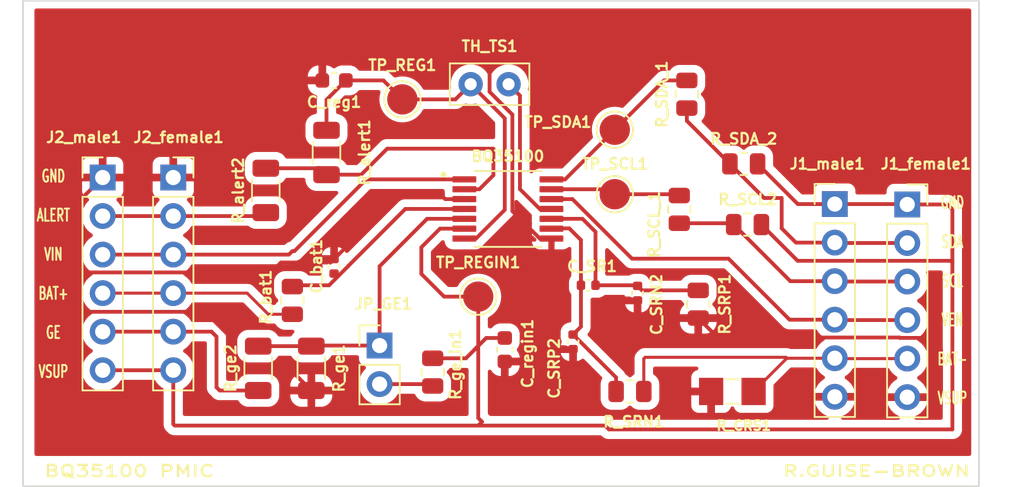
<source format=kicad_pcb>
(kicad_pcb (version 20211014) (generator pcbnew)
  (layers (0 "F.Cu" signal) (31 "B.Cu" signal) (34 "B.Paste" user) (35 "F.Paste" user) (36 "B.SilkS" user "B.Silkscreen") (37 "F.SilkS" user "F.Silkscreen") (38 "B.Mask" user) (39 "F.Mask" user) (44 "Edge.Cuts" user))
  (net 0 "")
  (net 1 "Net-(BQ35100-Pad2)")
  (net 2 "GND")
  (net 3 "/REG25")
  (net 4 "/VSUPPLY")
  (net 5 "Net-(BQ35100-Pad4)")
  (net 6 "Net-(BQ35100-Pad5)")
  (net 7 "Net-(BQ35100-Pad9)")
  (net 8 "Net-(JP_GE1-Pad2)")
  (net 9 "/BAT+")
  (net 10 "/BAT-")
  (net 11 "/I2C_CLK")
  (net 12 "/I2C_DATA")
  (net 13 "/ALERT")
  (net 14 "/GAUGE_ENABLE")
  (net 15 "/VIN")
  (net 16 "/VEN")
  (net 17 "Net-(BQ35100-Pad10)")
  (net 18 "Net-(BQ35100-Pad11)")
  (net 19 "Net-(BQ35100-Pad13)")
  (net 20 "Net-(BQ35100-Pad14)")
  (footprint "Capacitor_SMD:C_0402_1005Metric" (layer "F.Cu") (at 83.5 72.98 -90)
    (fp_text reference "C_SRP2" (at 1.75 1.25 90) (layer "F.SilkS") (effects (font (size 0.7 0.7))))
    (fp_text value "0.1u")
    (fp_line (start -0.107836 -0.36) (end 0.107836 -0.36) (layer "F.SilkS") (width 0.12))
    (fp_line (start -0.107836 0.36) (end 0.107836 0.36) (layer "F.SilkS") (width 0.12))
    (pad "1" smd roundrect (at -0.48 0 270) (size 0.56 0.62) (layers "F.Cu" "F.Paste" "F.Mask") (net 7 "Net-(BQ35100-Pad9)"))
    (pad "2" smd roundrect (at 0.48 0 270) (size 0.56 0.62) (layers "F.Cu" "F.Paste" "F.Mask") (net 2 "GND"))
  )
  (footprint "Capacitor_SMD:C_0402_1005Metric" (layer "F.Cu") (at 67.75 68 90)
    (fp_text reference "C_bat1" (at 0 -1.16 90) (layer "F.SilkS") (effects (font (size 0.7 0.7))))
    (fp_text value "0.1u")
    (fp_line (start -0.107836 -0.36) (end 0.107836 -0.36) (layer "F.SilkS") (width 0.12))
    (fp_line (start -0.107836 0.36) (end 0.107836 0.36) (layer "F.SilkS") (width 0.12))
    (pad "1" smd roundrect (at -0.48 0 90) (size 0.56 0.62) (layers "F.Cu" "F.Paste" "F.Mask") (net 5 "Net-(BQ35100-Pad4)"))
    (pad "2" smd roundrect (at 0.48 0 90) (size 0.56 0.62) (layers "F.Cu" "F.Paste" "F.Mask") (net 2 "GND"))
  )
  (footprint "Resistor_SMD:R_0805_2012Metric" (layer "F.Cu") (at 87.25 76.25 180)
    (fp_text reference "R_SRN1" (at -0.25 -2) (layer "F.SilkS") (effects (font (size 0.7 0.7))))
    (fp_text value "100")
    (fp_line (start -0.227064 -0.735) (end 0.227064 -0.735) (layer "F.SilkS") (width 0.12))
    (fp_line (start -0.227064 0.735) (end 0.227064 0.735) (layer "F.SilkS") (width 0.12))
    (pad "1" smd roundrect (at -0.9125 0 180) (size 1.025 1.4) (layers "F.Cu" "F.Paste" "F.Mask") (roundrect_rratio 0.243902439) (net 10 "/BAT-"))
    (pad "2" smd roundrect (at 0.9125 0 180) (size 1.025 1.4) (layers "F.Cu" "F.Paste" "F.Mask") (roundrect_rratio 0.243902439) (net 7 "Net-(BQ35100-Pad9)"))
  )
  (footprint "Resistor_SMD:R_0805_2012Metric" (layer "F.Cu") (at 74.25 74.975 -90)
    (fp_text reference "R_ge_in1" (at -0.5 -1.5 -270) (layer "F.SilkS") (effects (font (size 0.7 0.7))))
    (fp_text value "10k")
    (fp_line (start -0.227064 -0.735) (end 0.227064 -0.735) (layer "F.SilkS") (width 0.12))
    (fp_line (start -0.227064 0.735) (end 0.227064 0.735) (layer "F.SilkS") (width 0.12))
    (pad "1" smd roundrect (at -0.9125 0 270) (size 1.025 1.4) (layers "F.Cu" "F.Paste" "F.Mask") (roundrect_rratio 0.243902439) (net 4 "/VSUPPLY"))
    (pad "2" smd roundrect (at 0.9125 0 270) (size 1.025 1.4) (layers "F.Cu" "F.Paste" "F.Mask") (roundrect_rratio 0.243902439) (net 8 "Net-(JP_GE1-Pad2)"))
  )
  (footprint "Capacitor_SMD:C_0603_1608Metric" (layer "F.Cu") (at 67.75 55.75 180)
    (fp_text reference "C_reg1" (at 0 -1.43) (layer "F.SilkS") (effects (font (size 0.7 0.7))))
    (fp_text value "1u")
    (fp_line (start -0.14058 0.51) (end 0.14058 0.51) (layer "F.SilkS") (width 0.12))
    (fp_line (start -0.14058 -0.51) (end 0.14058 -0.51) (layer "F.SilkS") (width 0.12))
    (pad "1" smd roundrect (at -0.775 0 180) (size 0.9 0.95) (layers "F.Cu" "F.Paste" "F.Mask") (net 3 "/REG25"))
    (pad "2" smd roundrect (at 0.775 0 180) (size 0.9 0.95) (layers "F.Cu" "F.Paste" "F.Mask") (net 2 "GND"))
  )
  (footprint "TestPoint:TestPoint_Pad_D2.0mm" (layer "F.Cu") (at 86.25 63.25 180)
    (fp_text reference "TP_SCL1" (at 0 2) (layer "F.SilkS") (effects (font (size 0.7 0.7))))
    (fp_text value "TestPoint")
    (fp_circle (center 0 0) (end 0 1.2) (layer "F.SilkS") (width 0.12) (fill none))
    (pad "1" smd circle (at 0 0 180) (size 2 2) (layers "F.Cu" "F.Mask") (net 19 "Net-(BQ35100-Pad13)"))
  )
  (footprint "WSL1206R0100FEA footprint:RESC3216X90" (layer "F.Cu") (at 94 76.25)
    (fp_text reference "R_CRS1" (at 0.75 2.25) (layer "F.SilkS") (effects (font (size 0.629921 0.629921))))
    (fp_text value "WSL1206R0100FEA")
    (fp_line (start -0.4 -0.8) (end 0.4 -0.8) (layer "F.SilkS") (width 0.127))
    (fp_line (start -0.4 0.8) (end 0.4 0.8) (layer "F.SilkS") (width 0.127))
    (pad "1" smd rect locked (at -1.4 0) (size 1.6 1.8) (layers "F.Cu" "F.Paste" "F.Mask") (net 2 "GND"))
    (pad "2" smd rect locked (at 1.4 0) (size 1.6 1.8) (layers "F.Cu" "F.Paste" "F.Mask") (net 10 "/BAT-"))
  )
  (footprint "Resistor_SMD:R_0805_2012Metric" (layer "F.Cu") (at 65 70.25 -90)
    (fp_text reference "R_bat1" (at -0.227064 1.75 90) (layer "F.SilkS") (effects (font (size 0.7 0.7))))
    (fp_text value "100")
    (fp_line (start -0.227064 0.735) (end 0.227064 0.735) (layer "F.SilkS") (width 0.12))
    (fp_line (start -0.227064 -0.735) (end 0.227064 -0.735) (layer "F.SilkS") (width 0.12))
    (pad "1" smd roundrect (at -0.9125 0 270) (size 1.025 1.4) (layers "F.Cu" "F.Paste" "F.Mask") (roundrect_rratio 0.243902439) (net 5 "Net-(BQ35100-Pad4)"))
    (pad "2" smd roundrect (at 0.9125 0 270) (size 1.025 1.4) (layers "F.Cu" "F.Paste" "F.Mask") (roundrect_rratio 0.243902439) (net 9 "/BAT+"))
  )
  (footprint "Capacitor_THT:C_Disc_D5.0mm_W2.5mm_P2.50mm" (layer "F.Cu") (at 76.75 56)
    (fp_text reference "TH_TS1" (at 1.25 -2.5) (layer "F.SilkS") (effects (font (size 0.7 0.7))))
    (fp_text value "10k NTC")
    (fp_line (start -1.37 -1.37) (end -1.37 1.37) (layer "F.SilkS") (width 0.12))
    (fp_line (start -1.37 1.37) (end 3.87 1.37) (layer "F.SilkS") (width 0.12))
    (fp_line (start -1.37 -1.37) (end 3.87 -1.37) (layer "F.SilkS") (width 0.12))
    (fp_line (start 3.87 -1.37) (end 3.87 1.37) (layer "F.SilkS") (width 0.12))
    (pad "1" thru_hole circle (at 0 0) (size 1.6 1.6) (drill 0.8) (layers *.Cu *.Mask) (net 3 "/REG25"))
    (pad "2" thru_hole circle (at 2.5 0) (size 1.6 1.6) (drill 0.8) (layers *.Cu *.Mask) (net 18 "Net-(BQ35100-Pad11)"))
  )
  (footprint "Connector_PinSocket_2.54mm:PinSocket_1x06_P2.54mm_Vertical" (layer "F.Cu") (at 57.15 62.15)
    (fp_text reference "J2_female1" (at 0.35 -2.65) (layer "F.SilkS") (effects (font (size 0.7 0.7))))
    (fp_text value "Conn_01x06_Female")
    (fp_line (start -1.33 14.03) (end 1.33 14.03) (layer "F.SilkS") (width 0.12))
    (fp_line (start 1.33 1.27) (end 1.33 14.03) (layer "F.SilkS") (width 0.12))
    (fp_line (start -1.33 1.27) (end -1.33 14.03) (layer "F.SilkS") (width 0.12))
    (fp_line (start 0 -1.33) (end 1.33 -1.33) (layer "F.SilkS") (width 0.12))
    (fp_line (start -1.33 1.27) (end 1.33 1.27) (layer "F.SilkS") (width 0.12))
    (fp_line (start 1.33 -1.33) (end 1.33 0) (layer "F.SilkS") (width 0.12))
    (pad "1" thru_hole rect (at 0 0) (size 1.7 1.7) (drill 1) (layers *.Cu *.Mask) (net 2 "GND"))
    (pad "2" thru_hole oval (at 0 2.54) (size 1.7 1.7) (drill 1) (layers *.Cu *.Mask) (net 13 "/ALERT"))
    (pad "3" thru_hole oval (at 0 5.08) (size 1.7 1.7) (drill 1) (layers *.Cu *.Mask) (net 15 "/VIN"))
    (pad "4" thru_hole oval (at 0 7.62) (size 1.7 1.7) (drill 1) (layers *.Cu *.Mask) (net 9 "/BAT+"))
    (pad "5" thru_hole oval (at 0 10.16) (size 1.7 1.7) (drill 1) (layers *.Cu *.Mask) (net 14 "/GAUGE_ENABLE"))
    (pad "6" thru_hole oval (at 0 12.7) (size 1.7 1.7) (drill 1) (layers *.Cu *.Mask) (net 4 "/VSUPPLY"))
  )
  (footprint "Resistor_SMD:R_1206_3216Metric" (layer "F.Cu") (at 63.25 63 90)
    (fp_text reference "R_alert2" (at 0 -1.82 90) (layer "F.SilkS") (effects (font (size 0.7 0.7))))
    (fp_text value "1k")
    (fp_line (start -0.727064 0.91) (end 0.727064 0.91) (layer "F.SilkS") (width 0.12))
    (fp_line (start -0.727064 -0.91) (end 0.727064 -0.91) (layer "F.SilkS") (width 0.12))
    (pad "1" smd roundrect (at -1.4625 0 90) (size 1.125 1.75) (layers "F.Cu" "F.Paste" "F.Mask") (roundrect_rratio 0.2222222222) (net 13 "/ALERT"))
    (pad "2" smd roundrect (at 1.4625 0 90) (size 1.125 1.75) (layers "F.Cu" "F.Paste" "F.Mask") (roundrect_rratio 0.2222222222) (net 1 "Net-(BQ35100-Pad2)"))
  )
  (footprint "Capacitor_SMD:C_0603_1608Metric" (layer "F.Cu") (at 79 73.5 90)
    (fp_text reference "C_regin1" (at -0.25 1.5 90) (layer "F.SilkS") (effects (font (size 0.7 0.7))))
    (fp_text value "1u")
    (fp_line (start -0.14058 0.51) (end 0.14058 0.51) (layer "F.SilkS") (width 0.12))
    (fp_line (start -0.14058 -0.51) (end 0.14058 -0.51) (layer "F.SilkS") (width 0.12))
    (pad "1" smd roundrect (at -0.775 0 90) (size 0.9 0.95) (layers "F.Cu" "F.Paste" "F.Mask") (net 2 "GND"))
    (pad "2" smd roundrect (at 0.775 0 90) (size 0.9 0.95) (layers "F.Cu" "F.Paste" "F.Mask") (net 4 "/VSUPPLY"))
  )
  (footprint "TestPoint:TestPoint_Pad_D2.0mm" (layer "F.Cu") (at 77.25 70 90)
    (fp_text reference "TP_REGIN1" (at 2.25 0 180) (layer "F.SilkS") (effects (font (size 0.7 0.7))))
    (fp_text value "TestPoint")
    (fp_circle (center 0 0) (end 0 1.2) (layer "F.SilkS") (width 0.12) (fill none))
    (pad "1" smd circle (at 0 0 90) (size 2 2) (layers "F.Cu" "F.Mask") (net 4 "/VSUPPLY"))
  )
  (footprint "Resistor_SMD:R_0805_2012Metric" (layer "F.Cu") (at 95 65.25)
    (fp_text reference "R_SCL2" (at 0 -1.65) (layer "F.SilkS") (effects (font (size 0.7 0.7))))
    (fp_text value "10k")
    (fp_line (start -0.227064 0.735) (end 0.227064 0.735) (layer "F.SilkS") (width 0.12))
    (fp_line (start -0.227064 -0.735) (end 0.227064 -0.735) (layer "F.SilkS") (width 0.12))
    (pad "1" smd roundrect (at -0.9125 0) (size 1.025 1.4) (layers "F.Cu" "F.Paste" "F.Mask") (roundrect_rratio 0.243902439) (net 11 "/I2C_CLK"))
    (pad "2" smd roundrect (at 0.9125 0) (size 1.025 1.4) (layers "F.Cu" "F.Paste" "F.Mask") (roundrect_rratio 0.243902439) (net 4 "/VSUPPLY"))
  )
  (footprint "Connector_PinHeader_2.54mm:PinHeader_1x02_P2.54mm_Vertical" (layer "F.Cu") (at 70.75 73.225)
    (fp_text reference "JP_GE1" (at 0.25 -2.75) (layer "F.SilkS") (effects (font (size 0.7 0.7))))
    (fp_text value "Conn_01x02_Male")
    (fp_line (start -1.33 1.27) (end -1.33 3.87) (layer "F.SilkS") (width 0.12))
    (fp_line (start -1.33 3.87) (end 1.33 3.87) (layer "F.SilkS") (width 0.12))
    (fp_line (start -1.33 -1.33) (end 0 -1.33) (layer "F.SilkS") (width 0.12))
    (fp_line (start -1.33 1.27) (end 1.33 1.27) (layer "F.SilkS") (width 0.12))
    (fp_line (start -1.33 0) (end -1.33 -1.33) (layer "F.SilkS") (width 0.12))
    (fp_line (start 1.33 1.27) (end 1.33 3.87) (layer "F.SilkS") (width 0.12))
    (pad "1" thru_hole rect (at 0 0) (size 1.7 1.7) (drill 1) (layers *.Cu *.Mask) (net 6 "Net-(BQ35100-Pad5)"))
    (pad "2" thru_hole oval (at 0 2.54) (size 1.7 1.7) (drill 1) (layers *.Cu *.Mask) (net 8 "Net-(JP_GE1-Pad2)"))
  )
  (footprint "Capacitor_SMD:C_0402_1005Metric" (layer "F.Cu") (at 87.75 69.77 -90)
    (fp_text reference "C_SRN2" (at 0.75 -1.25 90) (layer "F.SilkS") (effects (font (size 0.7 0.7))))
    (fp_text value "0.1u")
    (fp_line (start -0.107836 0.36) (end 0.107836 0.36) (layer "F.SilkS") (width 0.12))
    (fp_line (start -0.107836 -0.36) (end 0.107836 -0.36) (layer "F.SilkS") (width 0.12))
    (pad "1" smd roundrect (at -0.48 0 270) (size 0.56 0.62) (layers "F.Cu" "F.Paste" "F.Mask") (net 17 "Net-(BQ35100-Pad10)"))
    (pad "2" smd roundrect (at 0.48 0 270) (size 0.56 0.62) (layers "F.Cu" "F.Paste" "F.Mask") (net 2 "GND"))
  )
  (footprint "Resistor_SMD:R_1206_3216Metric" (layer "F.Cu") (at 66.25 74.725 -90)
    (fp_text reference "R_ge1" (at 0 -1.82 90) (layer "F.SilkS") (effects (font (size 0.7 0.7))))
    (fp_text value "1M")
    (fp_line (start -0.727064 0.91) (end 0.727064 0.91) (layer "F.SilkS") (width 0.12))
    (fp_line (start -0.727064 -0.91) (end 0.727064 -0.91) (layer "F.SilkS") (width 0.12))
    (pad "1" smd roundrect (at -1.4625 0 270) (size 1.125 1.75) (layers "F.Cu" "F.Paste" "F.Mask") (roundrect_rratio 0.2222222222) (net 6 "Net-(BQ35100-Pad5)"))
    (pad "2" smd roundrect (at 1.4625 0 270) (size 1.125 1.75) (layers "F.Cu" "F.Paste" "F.Mask") (roundrect_rratio 0.2222222222) (net 2 "GND"))
  )
  (footprint "Resistor_SMD:R_1206_3216Metric" (layer "F.Cu") (at 67.25 60.5 -90)
    (fp_text reference "R_alert1" (at 0 -2.5 90) (layer "F.SilkS") (effects (font (size 0.7 0.7))))
    (fp_text value "100k")
    (fp_line (start -0.727064 0.91) (end 0.727064 0.91) (layer "F.SilkS") (width 0.12))
    (fp_line (start -0.727064 -0.91) (end 0.727064 -0.91) (layer "F.SilkS") (width 0.12))
    (pad "1" smd roundrect (at -1.4625 0 270) (size 1.125 1.75) (layers "F.Cu" "F.Paste" "F.Mask") (roundrect_rratio 0.2222222222) (net 3 "/REG25"))
    (pad "2" smd roundrect (at 1.4625 0 270) (size 1.125 1.75) (layers "F.Cu" "F.Paste" "F.Mask") (roundrect_rratio 0.2222222222) (net 1 "Net-(BQ35100-Pad2)"))
  )
  (footprint "Connector_PinHeader_2.54mm:PinHeader_1x06_P2.54mm_Vertical" (layer "F.Cu") (at 100.75 63.9)
    (fp_text reference "J1_male1" (at -0.5 -2.65) (layer "F.SilkS") (effects (font (size 0.7 0.7))))
    (fp_text value "Conn_01x06_Male")
    (fp_line (start -1.33 -1.33) (end 0 -1.33) (layer "F.SilkS") (width 0.12))
    (fp_line (start 1.33 1.27) (end 1.33 14.03) (layer "F.SilkS") (width 0.12))
    (fp_line (start -1.33 14.03) (end 1.33 14.03) (layer "F.SilkS") (width 0.12))
    (fp_line (start -1.33 1.27) (end 1.33 1.27) (layer "F.SilkS") (width 0.12))
    (fp_line (start -1.33 1.27) (end -1.33 14.03) (layer "F.SilkS") (width 0.12))
    (fp_line (start -1.33 0) (end -1.33 -1.33) (layer "F.SilkS") (width 0.12))
    (pad "1" thru_hole rect (at 0 0) (size 1.7 1.7) (drill 1) (layers *.Cu *.Mask) (net 4 "/VSUPPLY"))
    (pad "2" thru_hole oval (at 0 2.54) (size 1.7 1.7) (drill 1) (layers *.Cu *.Mask) (net 12 "/I2C_DATA"))
    (pad "3" thru_hole oval (at 0 5.08) (size 1.7 1.7) (drill 1) (layers *.Cu *.Mask) (net 11 "/I2C_CLK"))
    (pad "4" thru_hole oval (at 0 7.62) (size 1.7 1.7) (drill 1) (layers *.Cu *.Mask) (net 16 "/VEN"))
    (pad "5" thru_hole oval (at 0 10.16) (size 1.7 1.7) (drill 1) (layers *.Cu *.Mask) (net 10 "/BAT-"))
    (pad "6" thru_hole oval (at 0 12.7) (size 1.7 1.7) (drill 1) (layers *.Cu *.Mask) (net 2 "GND"))
  )
  (footprint "Capacitor_SMD:C_0402_1005Metric" (layer "F.Cu") (at 84.5 69.25)
    (fp_text reference "C_SR1" (at 0.25 -1.25) (layer "F.SilkS") (effects (font (size 0.7 0.7))))
    (fp_text value "0.1u")
    (fp_line (start -0.107836 -0.36) (end 0.107836 -0.36) (layer "F.SilkS") (width 0.12))
    (fp_line (start -0.107836 0.36) (end 0.107836 0.36) (layer "F.SilkS") (width 0.12))
    (pad "1" smd roundrect (at -0.48 0) (size 0.56 0.62) (layers "F.Cu" "F.Paste" "F.Mask") (net 7 "Net-(BQ35100-Pad9)"))
    (pad "2" smd roundrect (at 0.48 0) (size 0.56 0.62) (layers "F.Cu" "F.Paste" "F.Mask") (net 17 "Net-(BQ35100-Pad10)"))
  )
  (footprint "Resistor_SMD:R_1206_3216Metric" (layer "F.Cu") (at 62.75 74.725 90)
    (fp_text reference "R_ge2" (at 0 -1.82 90) (layer "F.SilkS") (effects (font (size 0.7 0.7))))
    (fp_text value "1k")
    (fp_line (start -0.727064 -0.91) (end 0.727064 -0.91) (layer "F.SilkS") (width 0.12))
    (fp_line (start -0.727064 0.91) (end 0.727064 0.91) (layer "F.SilkS") (width 0.12))
    (pad "1" smd roundrect (at -1.4625 0 90) (size 1.125 1.75) (layers "F.Cu" "F.Paste" "F.Mask") (roundrect_rratio 0.2222222222) (net 14 "/GAUGE_ENABLE"))
    (pad "2" smd roundrect (at 1.4625 0 90) (size 1.125 1.75) (layers "F.Cu" "F.Paste" "F.Mask") (roundrect_rratio 0.2222222222) (net 6 "Net-(BQ35100-Pad5)"))
  )
  (footprint "TestPoint:TestPoint_Pad_D2.0mm" (layer "F.Cu") (at 72.25 57 90)
    (fp_text reference "TP_REG1" (at 2.25 0 180) (layer "F.SilkS") (effects (font (size 0.7 0.7))))
    (fp_text value "TestPoint")
    (fp_circle (center 0 0) (end 0 1.2) (layer "F.SilkS") (width 0.12) (fill none))
    (pad "1" smd circle (at 0 0 90) (size 2 2) (layers "F.Cu" "F.Mask") (net 3 "/REG25"))
  )
  (footprint "TestPoint:TestPoint_Pad_D2.0mm" (layer "F.Cu") (at 86.25 59 90)
    (fp_text reference "TP_SDA1" (at 0.5 -3.75 180) (layer "F.SilkS") (effects (font (size 0.7 0.7))))
    (fp_text value "TestPoint")
    (fp_circle (center 0 0) (end 0 1.2) (layer "F.SilkS") (width 0.12) (fill none))
    (pad "1" smd circle (at 0 0 90) (size 2 2) (layers "F.Cu" "F.Mask") (net 20 "Net-(BQ35100-Pad14)"))
  )
  (footprint "BQ35100PWR_footprint:SOP65P640X120-14N" (layer "F.Cu") (at 79.20625 64.22125)
    (fp_text reference "BQ35100" (at 0 -3.47125) (layer "F.SilkS") (effects (font (size 0.7 0.7))))
    (fp_text value "BQ35100PWR")
    (fp_line (start -2.2 -2.5) (end 2.2 -2.5) (layer "F.SilkS") (width 0.127))
    (fp_line (start -2.2 2.5) (end 2.2 2.5) (layer "F.SilkS") (width 0.127))
    (fp_circle (center -4.24 -2.26) (end -4.14 -2.26) (layer "F.SilkS") (width 0.2) (fill none))
    (pad "1" smd roundrect locked (at -2.87 -1.95) (size 1.57 0.41) (layers "F.Cu" "F.Paste" "F.Mask") (roundrect_rratio 0.125) (net 15 "/VIN"))
    (pad "2" smd roundrect locked (at -2.87 -1.3) (size 1.57 0.41) (layers "F.Cu" "F.Paste" "F.Mask") (roundrect_rratio 0.125) (net 1 "Net-(BQ35100-Pad2)"))
    (pad "3" smd roundrect locked (at -2.87 -0.65) (size 1.57 0.41) (layers "F.Cu" "F.Paste" "F.Mask") (roundrect_rratio 0.125) (net 2 "GND"))
    (pad "4" smd roundrect locked (at -2.87 0) (size 1.57 0.41) (layers "F.Cu" "F.Paste" "F.Mask") (roundrect_rratio 0.125) (net 5 "Net-(BQ35100-Pad4)"))
    (pad "5" smd roundrect locked (at -2.87 0.65) (size 1.57 0.41) (layers "F.Cu" "F.Paste" "F.Mask") (roundrect_rratio 0.125) (net 6 "Net-(BQ35100-Pad5)"))
    (pad "6" smd roundrect locked (at -2.87 1.3) (size 1.57 0.41) (layers "F.Cu" "F.Paste" "F.Mask") (roundrect_rratio 0.125) (net 4 "/VSUPPLY"))
    (pad "7" smd roundrect locked (at -2.87 1.95) (size 1.57 0.41) (layers "F.Cu" "F.Paste" "F.Mask") (roundrect_rratio 0.125) (net 3 "/REG25"))
    (pad "8" smd roundrect locked (at 2.87 1.95) (size 1.57 0.41) (layers "F.Cu" "F.Paste" "F.Mask") (roundrect_rratio 0.125) (net 2 "GND"))
    (pad "9" smd roundrect locked (at 2.87 1.3) (size 1.57 0.41) (layers "F.Cu" "F.Paste" "F.Mask") (roundrect_rratio 0.125) (net 7 "Net-(BQ35100-Pad9)"))
    (pad "10" smd roundrect locked (at 2.87 0.65) (size 1.57 0.41) (layers "F.Cu" "F.Paste" "F.Mask") (roundrect_rratio 0.125) (net 17 "Net-(BQ35100-Pad10)"))
    (pad "11" smd roundrect locked (at 2.87 0) (size 1.57 0.41) (layers "F.Cu" "F.Paste" "F.Mask") (roundrect_rratio 0.125) (net 18 "Net-(BQ35100-Pad11)"))
    (pad "12" smd roundrect locked (at 2.87 -0.65) (size 1.57 0.41) (layers "F.Cu" "F.Paste" "F.Mask") (roundrect_rratio 0.125) (net 16 "/VEN"))
    (pad "13" smd roundrect locked (at 2.87 -1.3) (size 1.57 0.41) (layers "F.Cu" "F.Paste" "F.Mask") (roundrect_rratio 0.125) (net 19 "Net-(BQ35100-Pad13)"))
    (pad "14" smd roundrect locked (at 2.87 -1.95) (size 1.57 0.41) (layers "F.Cu" "F.Paste" "F.Mask") (roundrect_rratio 0.125) (net 20 "Net-(BQ35100-Pad14)"))
  )
  (footprint "Resistor_SMD:R_0805_2012Metric" (layer "F.Cu") (at 91.75 70.5 90)
    (fp_text reference "R_SRP1" (at 0 1.75 90) (layer "F.SilkS") (effects (font (size 0.7 0.7))))
    (fp_text value "100")
    (fp_line (start -0.227064 0.735) (end 0.227064 0.735) (layer "F.SilkS") (width 0.12))
    (fp_line (start -0.227064 -0.735) (end 0.227064 -0.735) (layer "F.SilkS") (width 0.12))
    (pad "1" smd roundrect (at -0.9125 0 90) (size 1.025 1.4) (layers "F.Cu" "F.Paste" "F.Mask") (roundrect_rratio 0.243902439) (net 2 "GND"))
    (pad "2" smd roundrect (at 0.9125 0 90) (size 1.025 1.4) (layers "F.Cu" "F.Paste" "F.Mask") (roundrect_rratio 0.243902439) (net 17 "Net-(BQ35100-Pad10)"))
  )
  (footprint "Connector_PinHeader_2.54mm:PinHeader_1x06_P2.54mm_Vertical" (layer "F.Cu") (at 52.5 62.15)
    (fp_text reference "J2_male1" (at -1.25 -2.65) (layer "F.SilkS") (effects (font (size 0.7 0.7))))
    (fp_text value "Conn_01x06_Male")
    (fp_line (start -1.33 1.27) (end 1.33 1.27) (layer "F.SilkS") (width 0.12))
    (fp_line (start 1.33 1.27) (end 1.33 14.03) (layer "F.SilkS") (width 0.12))
    (fp_line (start -1.33 14.03) (end 1.33 14.03) (layer "F.SilkS") (width 0.12))
    (fp_line (start -1.33 1.27) (end -1.33 14.03) (layer "F.SilkS") (width 0.12))
    (fp_line (start -1.33 0) (end -1.33 -1.33) (layer "F.SilkS") (width 0.12))
    (fp_line (start -1.33 -1.33) (end 0 -1.33) (layer "F.SilkS") (width 0.12))
    (pad "1" thru_hole rect (at 0 0) (size 1.7 1.7) (drill 1) (layers *.Cu *.Mask) (net 2 "GND"))
    (pad "2" thru_hole oval (at 0 2.54) (size 1.7 1.7) (drill 1) (layers *.Cu *.Mask) (net 13 "/ALERT"))
    (pad "3" thru_hole oval (at 0 5.08) (size 1.7 1.7) (drill 1) (layers *.Cu *.Mask) (net 15 "/VIN"))
    (pad "4" thru_hole oval (at 0 7.62) (size 1.7 1.7) (drill 1) (layers *.Cu *.Mask) (net 9 "/BAT+"))
    (pad "5" thru_hole oval (at 0 10.16) (size 1.7 1.7) (drill 1) (layers *.Cu *.Mask) (net 14 "/GAUGE_ENABLE"))
    (pad "6" thru_hole oval (at 0 12.7) (size 1.7 1.7) (drill 1) (layers *.Cu *.Mask) (net 4 "/VSUPPLY"))
  )
  (footprint "Connector_PinSocket_2.54mm:PinSocket_1x06_P2.54mm_Vertical" (layer "F.Cu") (at 105.525 63.925)
    (fp_text reference "J1_female1" (at 1.225 -2.675) (layer "F.SilkS") (effects (font (size 0.7 0.7))))
    (fp_text value "Conn_01x06_Female")
    (fp_line (start -1.33 1.27) (end -1.33 14.03) (layer "F.SilkS") (width 0.12))
    (fp_line (start 1.33 1.27) (end 1.33 14.03) (layer "F.SilkS") (width 0.12))
    (fp_line (start -1.33 14.03) (end 1.33 14.03) (layer "F.SilkS") (width 0.12))
    (fp_line (start -1.33 1.27) (end 1.33 1.27) (layer "F.SilkS") (width 0.12))
    (fp_line (start 0 -1.33) (end 1.33 -1.33) (layer "F.SilkS") (width 0.12))
    (fp_line (start 1.33 -1.33) (end 1.33 0) (layer "F.SilkS") (width 0.12))
    (pad "1" thru_hole rect (at 0 0) (size 1.7 1.7) (drill 1) (layers *.Cu *.Mask) (net 4 "/VSUPPLY"))
    (pad "2" thru_hole oval (at 0 2.54) (size 1.7 1.7) (drill 1) (layers *.Cu *.Mask) (net 12 "/I2C_DATA"))
    (pad "3" thru_hole oval (at 0 5.08) (size 1.7 1.7) (drill 1) (layers *.Cu *.Mask) (net 11 "/I2C_CLK"))
    (pad "4" thru_hole oval (at 0 7.62) (size 1.7 1.7) (drill 1) (layers *.Cu *.Mask) (net 16 "/VEN"))
    (pad "5" thru_hole oval (at 0 10.16) (size 1.7 1.7) (drill 1) (layers *.Cu *.Mask) (net 10 "/BAT-"))
    (pad "6" thru_hole oval (at 0 12.7) (size 1.7 1.7) (drill 1) (layers *.Cu *.Mask) (net 2 "GND"))
  )
  (footprint "Resistor_SMD:R_0805_2012Metric" (layer "F.Cu") (at 90.5 64.25 90)
    (fp_text reference "R_SCL_1" (at -1 -1.65 90) (layer "F.SilkS") (effects (font (size 0.7 0.7))))
    (fp_text value "100")
    (fp_line (start -0.227064 -0.735) (end 0.227064 -0.735) (layer "F.SilkS") (width 0.12))
    (fp_line (start -0.227064 0.735) (end 0.227064 0.735) (layer "F.SilkS") (width 0.12))
    (pad "1" smd roundrect (at -0.9125 0 90) (size 1.025 1.4) (layers "F.Cu" "F.Paste" "F.Mask") (roundrect_rratio 0.243902439) (net 11 "/I2C_CLK"))
    (pad "2" smd roundrect (at 0.9125 0 90) (size 1.025 1.4) (layers "F.Cu" "F.Paste" "F.Mask") (roundrect_rratio 0.243902439) (net 19 "Net-(BQ35100-Pad13)"))
  )
  (footprint "Resistor_SMD:R_0805_2012Metric" (layer "F.Cu") (at 91 56.6625 90)
    (fp_text reference "R_SDA_1" (at 0 -1.65 90) (layer "F.SilkS") (effects (font (size 0.7 0.7))))
    (fp_text value "100")
    (fp_line (start -0.227064 0.735) (end 0.227064 0.735) (layer "F.SilkS") (width 0.12))
    (fp_line (start -0.227064 -0.735) (end 0.227064 -0.735) (layer "F.SilkS") (width 0.12))
    (pad "1" smd roundrect (at -0.9125 0 90) (size 1.025 1.4) (layers "F.Cu" "F.Paste" "F.Mask") (roundrect_rratio 0.243902439) (net 12 "/I2C_DATA"))
    (pad "2" smd roundrect (at 0.9125 0 90) (size 1.025 1.4) (layers "F.Cu" "F.Paste" "F.Mask") (roundrect_rratio 0.243902439) (net 20 "Net-(BQ35100-Pad14)"))
  )
  (footprint "Resistor_SMD:R_0805_2012Metric" (layer "F.Cu") (at 94.75 61.25)
    (fp_text reference "R_SDA_2" (at 0 -1.65) (layer "F.SilkS") (effects (font (size 0.7 0.7))))
    (fp_text value "10k")
    (fp_line (start -0.227064 0.735) (end 0.227064 0.735) (layer "F.SilkS") (width 0.12))
    (fp_line (start -0.227064 -0.735) (end 0.227064 -0.735) (layer "F.SilkS") (width 0.12))
    (pad "1" smd roundrect (at -0.9125 0) (size 1.025 1.4) (layers "F.Cu" "F.Paste" "F.Mask") (roundrect_rratio 0.243902439) (net 12 "/I2C_DATA"))
    (pad "2" smd roundrect (at 0.9125 0) (size 1.025 1.4) (layers "F.Cu" "F.Paste" "F.Mask") (roundrect_rratio 0.243902439) (net 4 "/VSUPPLY"))
  )
  (gr_rect (start 47.25 50.5) (end 110.25 82.5) (layer "Edge.Cuts") (width 0.1) (fill none))
  (gr_text "GND\n\nALERT\n\nVIN\n\nBAT+\n\nGE\n\nVSUP" (at 49.25 68.5) (layer "F.SilkS") (effects (font (size 0.8 0.5) (thickness 0.125))))
  (gr_text "GND\n\nSDA\n\nSCL\n\nVEN\n\nBAT-\n\nVSUP" (at 108.5 70.25) (layer "F.SilkS") (effects (font (size 0.8 0.5) (thickness 0.125))))
  (gr_text "BQ35100 PMIC\n" (at 54.25 81.5) (layer "F.SilkS") (effects (font (size 0.75 1))))
  (gr_text "R.GUISE-BROWN" (at 103.5 81.5) (layer "F.SilkS") (effects (font (size 0.7 1))))
  (segment (start 69.5375 61.9625) (end 71.25 60.25) (width 0.25) (layer "F.Cu") (net 1))
  (segment (start 78.25 62) (end 77.32875 62.92125) (width 0.25) (layer "F.Cu") (net 1))
  (segment (start 66.825 61.5375) (end 67.25 61.9625) (width 0.25) (layer "F.Cu") (net 1))
  (segment (start 67.25 61.9625) (end 69.5375 61.9625) (width 0.25) (layer "F.Cu") (net 1))
  (segment (start 77.32875 62.92125) (end 76.33625 62.92125) (width 0.25) (layer "F.Cu") (net 1))
  (segment (start 78.25 60.25) (end 78.25 62) (width 0.25) (layer "F.Cu") (net 1))
  (segment (start 71.25 60.25) (end 78.25 60.25) (width 0.25) (layer "F.Cu") (net 1))
  (segment (start 63.25 61.5375) (end 66.825 61.5375) (width 0.25) (layer "F.Cu") (net 1))
  (segment (start 64.8125 74.75) (end 66.25 76.1875) (width 0.25) (layer "F.Cu") (net 2))
  (segment (start 50 70.25) (end 50.75 71) (width 0.25) (layer "F.Cu") (net 2))
  (segment (start 50.095489 68.404511) (end 50 68.5) (width 0.25) (layer "F.Cu") (net 2))
  (segment (start 93.032011 72.694511) (end 91.75 71.4125) (width 0.25) (layer "F.Cu") (net 2))
  (segment (start 106.969511 72.719511) (end 105.038501 72.719511) (width 0.25) (layer "F.Cu") (net 2))
  (segment (start 107.625 76.625) (end 107.75 76.5) (width 0.25) (layer "F.Cu") (net 2))
  (segment (start 79.5 64.363919) (end 81.307331 66.17125) (width 0.25) (layer "F.Cu") (net 2))
  (segment (start 105.013501 72.694511) (end 93.032011 72.694511) (width 0.25) (layer "F.Cu") (net 2))
  (segment (start 60.75 72.5) (end 60.75 74) (width 0.25) (layer "F.Cu") (net 2))
  (segment (start 50 68.5) (end 50 70.25) (width 0.25) (layer "F.Cu") (net 2))
  (segment (start 63.595489 68.404511) (end 50.095489 68.404511) (width 0.25) (layer "F.Cu") (net 2))
  (segment (start 105.038501 72.719511) (end 105.013501 72.694511) (width 0.25) (layer "F.Cu") (net 2))
  (segment (start 50.75 71) (end 59.25 71) (width 0.25) (layer "F.Cu") (net 2))
  (segment (start 105.4 76.6) (end 100.75 76.6) (width 0.25) (layer "F.Cu") (net 2))
  (segment (start 64.25 67.75) (end 63.595489 68.404511) (width 0.25) (layer "F.Cu") (net 2))
  (segment (start 79.5 58) (end 79.5 64.363919) (width 0.25) (layer "F.Cu") (net 2))
  (segment (start 57.25 52.75) (end 77.5 52.75) (width 0.25) (layer "F.Cu") (net 2))
  (segment (start 74.75 63.25) (end 72.02 63.25) (width 0.25) (layer "F.Cu") (net 2))
  (segment (start 75.07125 63.57125) (end 74.75 63.25) (width 0.25) (layer "F.Cu") (net 2))
  (segment (start 57.15 62.15) (end 57.15 52.85) (width 0.25) (layer "F.Cu") (net 2))
  (segment (start 61.5 74.75) (end 64.8125 74.75) (width 0.25) (layer "F.Cu") (net 2))
  (segment (start 52.5 62.15) (end 50 64.65) (width 0.25) (layer "F.Cu") (net 2))
  (segment (start 78 53.25) (end 78 56.5) (width 0.25) (layer "F.Cu") (net 2))
  (segment (start 81.307331 66.17125) (end 82.07625 66.17125) (width 0.25) (layer "F.Cu") (net 2))
  (segment (start 57.15 52.85) (end 57.25 52.75) (width 0.25) (layer "F.Cu") (net 2))
  (segment (start 50 64.65) (end 50 68.5) (width 0.25) (layer "F.Cu") (net 2))
  (segment (start 72.02 63.25) (end 67.75 67.52) (width 0.25) (layer "F.Cu") (net 2))
  (segment (start 78 56.5) (end 79.5 58) (width 0.25) (layer "F.Cu") (net 2))
  (segment (start 77.5 52.75) (end 78 53.25) (width 0.25) (layer "F.Cu") (net 2))
  (segment (start 107.75 73.5) (end 106.969511 72.719511) (width 0.25) (layer "F.Cu") (net 2))
  (segment (start 67.75 67.52) (end 67.52 67.75) (width 0.25) (layer "F.Cu") (net 2))
  (segment (start 105.525 76.625) (end 107.625 76.625) (width 0.25) (layer "F.Cu") (net 2))
  (segment (start 60.75 74) (end 61.5 74.75) (width 0.25) (layer "F.Cu") (net 2))
  (segment (start 67.52 67.75) (end 64.25 67.75) (width 0.25) (layer "F.Cu") (net 2))
  (segment (start 107.75 76.5) (end 107.75 73.5) (width 0.25) (layer "F.Cu") (net 2))
  (segment (start 76.33625 63.57125) (end 75.07125 63.57125) (width 0.25) (layer "F.Cu") (net 2))
  (segment (start 57.15 62.15) (end 52.5 62.15) (width 0.25) (layer "F.Cu") (net 2))
  (segment (start 59.25 71) (end 60.75 72.5) (width 0.25) (layer "F.Cu") (net 2))
  (segment (start 79 64.276419) (end 77.105169 66.17125) (width 0.25) (layer "F.Cu") (net 3))
  (segment (start 75.75 57) (end 76.75 56) (width 0.25) (layer "F.Cu") (net 3))
  (segment (start 72.25 57) (end 75.75 57) (width 0.25) (layer "F.Cu") (net 3))
  (segment (start 68.525 55.75) (end 71 55.75) (width 0.25) (layer "F.Cu") (net 3))
  (segment (start 76.75 56) (end 79 58.25) (width 0.25) (layer "F.Cu") (net 3))
  (segment (start 79 58.25) (end 79 64.276419) (width 0.25) (layer "F.Cu") (net 3))
  (segment (start 67.25 57.025) (end 68.525 55.75) (width 0.25) (layer "F.Cu") (net 3))
  (segment (start 71 55.75) (end 72.25 57) (width 0.25) (layer "F.Cu") (net 3))
  (segment (start 77.105169 66.17125) (end 76.33625 66.17125) (width 0.25) (layer "F.Cu") (net 3))
  (segment (start 67.25 59.0375) (end 67.25 57.025) (width 0.25) (layer "F.Cu") (net 3))
  (segment (start 77.25 70) (end 75 70) (width 0.25) (layer "F.Cu") (net 4))
  (segment (start 100.75 63.9) (end 98.3125 63.9) (width 0.25) (layer "F.Cu") (net 4))
  (segment (start 75 70) (end 73.5 68.5) (width 0.25) (layer "F.Cu") (net 4))
  (segment (start 57.15 74.85) (end 57.15 78.4) (width 0.25) (layer "F.Cu") (net 4))
  (segment (start 85.862493 78.75) (end 85.612493 78.5) (width 0.25) (layer "F.Cu") (net 4))
  (segment (start 77.25 78.5) (end 77.5 78.25) (width 0.25) (layer "F.Cu") (net 4))
  (segment (start 98.302011 67.639511) (end 108.389511 67.639511) (width 0.25) (layer "F.Cu") (net 4))
  (segment (start 98.3125 63.9) (end 95.6625 61.25) (width 0.25) (layer "F.Cu") (net 4))
  (segment (start 79 72.725) (end 77.775 72.725) (width 0.25) (layer "F.Cu") (net 4))
  (segment (start 108.389511 67.639511) (end 108.5 67.75) (width 0.25) (layer "F.Cu") (net 4))
  (segment (start 105.525 63.925) (end 108.175 63.925) (width 0.25) (layer "F.Cu") (net 4))
  (segment (start 74.25 74.0625) (end 76.4375 74.0625) (width 0.25) (layer "F.Cu") (net 4))
  (segment (start 105.5 63.9) (end 105.525 63.925) (width 0.25) (layer "F.Cu") (net 4))
  (segment (start 77.775 72.725) (end 77 73.5) (width 0.25) (layer "F.Cu") (net 4))
  (segment (start 108.175 63.925) (end 108.5 64.25) (width 0.25) (layer "F.Cu") (net 4))
  (segment (start 77.25 78) (end 77.25 73.25) (width 0.25) (layer "F.Cu") (net 4))
  (segment (start 74.72875 65.52125) (end 76.33625 65.52125) (width 0.25) (layer "F.Cu") (net 4))
  (segment (start 73.5 68.5) (end 73.5 66.75) (width 0.25) (layer "F.Cu") (net 4))
  (segment (start 77.25 73.25) (end 77.25 70) (width 0.25) (layer "F.Cu") (net 4))
  (segment (start 57.25 78.5) (end 77.25 78.5) (width 0.25) (layer "F.Cu") (net 4))
  (segment (start 52.5 74.85) (end 57.15 74.85) (width 0.25) (layer "F.Cu") (net 4))
  (segment (start 73.5 66.75) (end 74.72875 65.52125) (width 0.25) (layer "F.Cu") (net 4))
  (segment (start 95.9125 65.25) (end 98.302011 67.639511) (width 0.25) (layer "F.Cu") (net 4))
  (segment (start 85.612493 78.5) (end 77.25 78.5) (width 0.25) (layer "F.Cu") (net 4))
  (segment (start 77.5 78.25) (end 77.25 78) (width 0.25) (layer "F.Cu") (net 4))
  (segment (start 108.5 64.25) (end 108.5 67.75) (width 0.25) (layer "F.Cu") (net 4))
  (segment (start 76.4375 74.0625) (end 77 73.5) (width 0.25) (layer "F.Cu") (net 4))
  (segment (start 100.75 63.9) (end 105.5 63.9) (width 0.25) (layer "F.Cu") (net 4))
  (segment (start 108.5 67.75) (end 108.5 78.75) (width 0.25) (layer "F.Cu") (net 4))
  (segment (start 108.5 78.75) (end 85.862493 78.75) (width 0.25) (layer "F.Cu") (net 4))
  (segment (start 77 73.5) (end 77.25 73.25) (width 0.25) (layer "F.Cu") (net 4))
  (segment (start 57.15 78.4) (end 57.25 78.5) (width 0.25) (layer "F.Cu") (net 4))
  (segment (start 65.6625 69.25) (end 67.42125 69.25) (width 0.25) (layer "F.Cu") (net 5))
  (segment (start 67.42125 69.25) (end 68.7 67.97125) (width 0.25) (layer "F.Cu") (net 5))
  (segment (start 68.7 67.96432) (end 72.44307 64.22125) (width 0.25) (layer "F.Cu") (net 5))
  (segment (start 72.44307 64.22125) (end 76.33625 64.22125) (width 0.25) (layer "F.Cu") (net 5))
  (segment (start 68.7 67.97125) (end 68.7 67.96432) (width 0.25) (layer "F.Cu") (net 5))
  (segment (start 62.75 73.2625) (end 66.25 73.2625) (width 0.25) (layer "F.Cu") (net 6))
  (segment (start 66.2875 73.225) (end 70.75 73.225) (width 0.25) (layer "F.Cu") (net 6))
  (segment (start 66.25 73.2625) (end 66.2875 73.225) (width 0.25) (layer "F.Cu") (net 6))
  (segment (start 70.75 68) (end 73.87875 64.87125) (width 0.25) (layer "F.Cu") (net 6))
  (segment (start 70.75 73.225) (end 70.75 68) (width 0.25) (layer "F.Cu") (net 6))
  (segment (start 73.87875 64.87125) (end 76.33625 64.87125) (width 0.25) (layer "F.Cu") (net 6))
  (segment (start 86.3375 76.25) (end 86.3375 75.33057) (width 0.25) (layer "F.Cu") (net 7))
  (segment (start 83.50693 72.5) (end 83.5 72.5) (width 0.25) (layer "F.Cu") (net 7))
  (segment (start 83.5 72.5) (end 84.02 71.98) (width 0.25) (layer "F.Cu") (net 7))
  (segment (start 82.0975 65.5) (end 82.07625 65.52125) (width 0.25) (layer "F.Cu") (net 7))
  (segment (start 84.02 69.25) (end 84.02 66.27) (width 0.25) (layer "F.Cu") (net 7))
  (segment (start 84.02 66.27) (end 83.25 65.5) (width 0.25) (layer "F.Cu") (net 7))
  (segment (start 84.02 71.98) (end 84.02 69.25) (width 0.25) (layer "F.Cu") (net 7))
  (segment (start 86.3375 75.33057) (end 83.50693 72.5) (width 0.25) (layer "F.Cu") (net 7))
  (segment (start 83.25 65.5) (end 82.0975 65.5) (width 0.25) (layer "F.Cu") (net 7))
  (segment (start 70.75 75.765) (end 74.1275 75.765) (width 0.25) (layer "F.Cu") (net 8))
  (segment (start 74.1275 75.765) (end 74.25 75.8875) (width 0.25) (layer "F.Cu") (net 8))
  (segment (start 63.4125 71.1625) (end 64.25 71.1625) (width 0.2) (layer "F.Cu") (net 9))
  (segment (start 52.5 69.77) (end 57.15 69.77) (width 0.2) (layer "F.Cu") (net 9))
  (segment (start 57.15 69.77) (end 62.02 69.77) (width 0.2) (layer "F.Cu") (net 9))
  (segment (start 62.02 69.77) (end 63.4125 71.1625) (width 0.2) (layer "F.Cu") (net 9))
  (segment (start 88.25 74) (end 88.1625 74.0875) (width 0.2) (layer "F.Cu") (net 10))
  (segment (start 88.1625 74.0875) (end 88.1625 76.25) (width 0.2) (layer "F.Cu") (net 10))
  (segment (start 97.59 74.06) (end 95.4 76.25) (width 0.2) (layer "F.Cu") (net 10))
  (segment (start 105.525 74.085) (end 100.775 74.085) (width 0.2) (layer "F.Cu") (net 10))
  (segment (start 100.75 74.06) (end 97.59 74.06) (width 0.2) (layer "F.Cu") (net 10))
  (segment (start 97.59 74.06) (end 97.53 74) (width 0.2) (layer "F.Cu") (net 10))
  (segment (start 97.53 74) (end 88.25 74) (width 0.2) (layer "F.Cu") (net 10))
  (segment (start 100.775 74.085) (end 100.75 74.06) (width 0.2) (layer "F.Cu") (net 10))
  (segment (start 94 65.1625) (end 94.0875 65.25) (width 0.25) (layer "F.Cu") (net 11))
  (segment (start 97.8175 68.98) (end 100.75 68.98) (width 0.25) (layer "F.Cu") (net 11))
  (segment (start 100.775 69.005) (end 100.75 68.98) (width 0.25) (layer "F.Cu") (net 11))
  (segment (start 94.0875 65.25) (end 97.8175 68.98) (width 0.25) (layer "F.Cu") (net 11))
  (segment (start 105.525 69.005) (end 100.775 69.005) (width 0.25) (layer "F.Cu") (net 11))
  (segment (start 90.5 65.1625) (end 94 65.1625) (width 0.25) (layer "F.Cu") (net 11))
  (segment (start 97.25 63.5) (end 96.0875 63.5) (width 0.25) (layer "F.Cu") (net 12))
  (segment (start 100.75 66.44) (end 98.19 66.44) (width 0.25) (layer "F.Cu") (net 12))
  (segment (start 96.0875 63.5) (end 93.8375 61.25) (width 0.25) (layer "F.Cu") (net 12))
  (segment (start 93.8375 61.25) (end 91 58.4125) (width 0.25) (layer "F.Cu") (net 12))
  (segment (start 97.25 65.5) (end 97.25 63.5) (width 0.25) (layer "F.Cu") (net 12))
  (segment (start 91 58.4125) (end 91 57.575) (width 0.25) (layer "F.Cu") (net 12))
  (segment (start 98.19 66.44) (end 97.25 65.5) (width 0.25) (layer "F.Cu") (net 12))
  (segment (start 100.775 66.465) (end 100.75 66.44) (width 0.25) (layer "F.Cu") (net 12))
  (segment (start 105.525 66.465) (end 100.775 66.465) (width 0.25) (layer "F.Cu") (net 12))
  (segment (start 63.0225 64.69) (end 63.25 64.4625) (width 0.25) (layer "F.Cu") (net 13))
  (segment (start 57.15 64.69) (end 63.0225 64.69) (width 0.25) (layer "F.Cu") (net 13))
  (segment (start 52.5 64.69) (end 57.15 64.69) (width 0.25) (layer "F.Cu") (net 13))
  (segment (start 59.675 72.31) (end 60 72.635) (width 0.25) (layer "F.Cu") (net 14))
  (segment (start 60.2125 76.1875) (end 62.75 76.1875) (width 0.25) (layer "F.Cu") (net 14))
  (segment (start 60 72.635) (end 60 75.975) (width 0.25) (layer "F.Cu") (net 14))
  (segment (start 60 75.975) (end 60.2125 76.1875) (width 0.25) (layer "F.Cu") (net 14))
  (segment (start 57.15 72.31) (end 52.5 72.31) (width 0.25) (layer "F.Cu") (net 14))
  (segment (start 57.15 72.31) (end 59.675 72.31) (width 0.25) (layer "F.Cu") (net 14))
  (segment (start 64.77 67.23) (end 65 67) (width 0.25) (layer "F.Cu") (net 15))
  (segment (start 65 67) (end 65.135717 67) (width 0.25) (layer "F.Cu") (net 15))
  (segment (start 69.864467 62.27125) (end 76.33625 62.27125) (width 0.25) (layer "F.Cu") (net 15))
  (segment (start 65.135717 67) (end 69.864467 62.27125) (width 0.25) (layer "F.Cu") (net 15))
  (segment (start 57.15 67.23) (end 52.5 67.23) (width 0.25) (layer "F.Cu") (net 15))
  (segment (start 57.15 67.23) (end 64.77 67.23) (width 0.25) (layer "F.Cu") (net 15))
  (segment (start 100.775 71.545) (end 100.75 71.52) (width 0.25) (layer "F.Cu") (net 16))
  (segment (start 87.385718 67.5) (end 83.456968 63.57125) (width 0.25) (layer "F.Cu") (net 16))
  (segment (start 105.525 71.545) (end 100.775 71.545) (width 0.25) (layer "F.Cu") (net 16))
  (segment (start 97.77 71.52) (end 93.75 67.5) (width 0.25) (layer "F.Cu") (net 16))
  (segment (start 83.456968 63.57125) (end 82.07625 63.57125) (width 0.25) (layer "F.Cu") (net 16))
  (segment (start 100.75 71.52) (end 97.77 71.52) (width 0.25) (layer "F.Cu") (net 16))
  (segment (start 93.75 67.5) (end 87.385718 67.5) (width 0.25) (layer "F.Cu") (net 16))
  (segment (start 82.07625 64.87125) (end 84.12125 64.87125) (width 0.25) (layer "F.Cu") (net 17))
  (segment (start 84.98 69.25) (end 87.71 69.25) (width 0.25) (layer "F.Cu") (net 17))
  (segment (start 84.12125 64.87125) (end 84.98 65.73) (width 0.25) (layer "F.Cu") (net 17))
  (segment (start 87.75 69.29) (end 88.0475 69.5875) (width 0.25) (layer "F.Cu") (net 17))
  (segment (start 88.0475 69.5875) (end 91.75 69.5875) (width 0.25) (layer "F.Cu") (net 17))
  (segment (start 84.98 65.73) (end 84.98 69.25) (width 0.25) (layer "F.Cu") (net 17))
  (segment (start 87.71 69.25) (end 87.75 69.29) (width 0.25) (layer "F.Cu") (net 17))
  (segment (start 81.307331 64.22125) (end 82.07625 64.22125) (width 0.25) (layer "F.Cu") (net 18))
  (segment (start 80 56.75) (end 80 62.913919) (width 0.25) (layer "F.Cu") (net 18))
  (segment (start 80 62.913919) (end 81.307331 64.22125) (width 0.25) (layer "F.Cu") (net 18))
  (segment (start 79.25 56) (end 80 56.75) (width 0.25) (layer "F.Cu") (net 18))
  (segment (start 85.92125 62.92125) (end 86.25 63.25) (width 0.25) (layer "F.Cu") (net 19))
  (segment (start 86.25 63.25) (end 90.4125 63.25) (width 0.25) (layer "F.Cu") (net 19))
  (segment (start 90.4125 63.25) (end 90.5 63.3375) (width 0.25) (layer "F.Cu") (net 19))
  (segment (start 82.07625 62.92125) (end 85.92125 62.92125) (width 0.25) (layer "F.Cu") (net 19))
  (segment (start 82.07625 62.27125) (end 82.97875 62.27125) (width 0.25) (layer "F.Cu") (net 20))
  (segment (start 82.97875 62.27125) (end 86.25 59) (width 0.25) (layer "F.Cu") (net 20))
  (segment (start 86.25 59) (end 89.5 55.75) (width 0.25) (layer "F.Cu") (net 20))
  (segment (start 89.5 55.75) (end 91 55.75) (width 0.25) (layer "F.Cu") (net 20))
  (zone (net 2) (net_name "GND") (layer "F.Cu") (connect_pads (clearance 0.508)) (min_thickness 0.254) (fill yes (thermal_gap 0.508) (thermal_bridge_width 0.508))
    (polygon (pts (xy 109.75 80.5) (xy 48 80.5) (xy 48 51) (xy 109.75 51)))
  )
)
</source>
